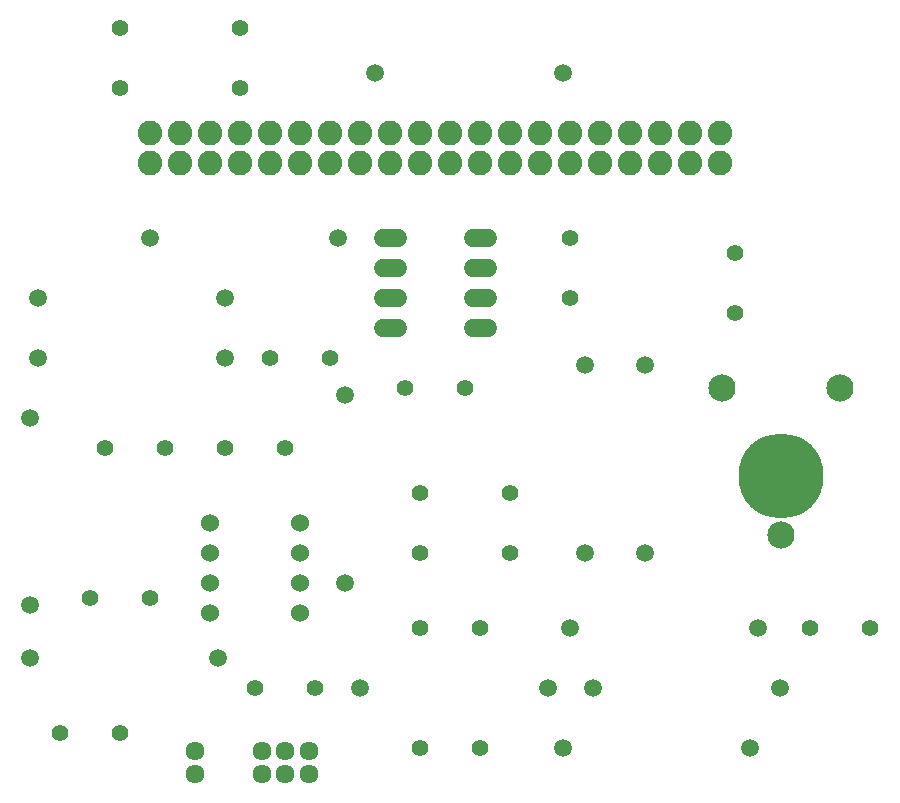
<source format=gbr>
G04 EAGLE Gerber RS-274X export*
G75*
%MOMM*%
%FSLAX34Y34*%
%LPD*%
%INSoldermask Bottom*%
%IPPOS*%
%AMOC8*
5,1,8,0,0,1.08239X$1,22.5*%
G01*
%ADD10C,1.419200*%
%ADD11C,1.611200*%
%ADD12C,1.524000*%
%ADD13C,1.524000*%
%ADD14C,2.082800*%
%ADD15C,1.511200*%
%ADD16C,2.303200*%
%ADD17C,7.203200*%


D10*
X1028700Y558800D03*
X1079500Y558800D03*
X876300Y1117600D03*
X876300Y1168400D03*
X1295400Y977900D03*
X1295400Y927100D03*
X914400Y812800D03*
X863600Y812800D03*
X774700Y1117600D03*
X774700Y1168400D03*
X952500Y889000D03*
X901700Y889000D03*
X1016000Y863600D03*
X1066800Y863600D03*
X1358900Y660400D03*
X1409700Y660400D03*
X1104900Y723900D03*
X1104900Y774700D03*
X1079500Y660400D03*
X1028700Y660400D03*
X1155700Y990600D03*
X1155700Y939800D03*
X1028700Y774700D03*
X1028700Y723900D03*
X774700Y571500D03*
X723900Y571500D03*
X762000Y812800D03*
X812800Y812800D03*
X939800Y609600D03*
X889000Y609600D03*
X749300Y685800D03*
X800100Y685800D03*
D11*
X838200Y556100D03*
X838200Y536100D03*
D12*
X1072896Y914400D02*
X1086104Y914400D01*
X1086104Y939800D02*
X1072896Y939800D01*
X1072896Y965200D02*
X1086104Y965200D01*
X1086104Y990600D02*
X1072896Y990600D01*
X1009904Y990600D02*
X996696Y990600D01*
X996696Y965200D02*
X1009904Y965200D01*
X1009904Y939800D02*
X996696Y939800D01*
X996696Y914400D02*
X1009904Y914400D01*
D13*
X850900Y749300D03*
X850900Y723900D03*
X927100Y723900D03*
X927100Y749300D03*
X850900Y698500D03*
X850900Y673100D03*
X927100Y698500D03*
X927100Y673100D03*
D14*
X800100Y1054100D03*
X825500Y1054100D03*
X850900Y1054100D03*
X876300Y1054100D03*
X901700Y1054100D03*
X927100Y1054100D03*
X952500Y1054100D03*
X977900Y1054100D03*
X1003300Y1054100D03*
X1028700Y1054100D03*
X1054100Y1054100D03*
X1079500Y1054100D03*
X1104900Y1054100D03*
X1104900Y1079500D03*
X1079500Y1079500D03*
X1054100Y1079500D03*
X1028700Y1079500D03*
X1003300Y1079500D03*
X977900Y1079500D03*
X952500Y1079500D03*
X927100Y1079500D03*
X901700Y1079500D03*
X876300Y1079500D03*
X850900Y1079500D03*
X825500Y1079500D03*
X800100Y1079500D03*
X1130300Y1054100D03*
X1130300Y1079500D03*
X1155700Y1054100D03*
X1155700Y1079500D03*
X1181100Y1054100D03*
X1181100Y1079500D03*
X1206500Y1054100D03*
X1206500Y1079500D03*
X1231900Y1054100D03*
X1231900Y1079500D03*
X1257300Y1054100D03*
X1257300Y1079500D03*
X1282700Y1054100D03*
X1282700Y1079500D03*
D15*
X990600Y1130300D03*
X1149600Y1130300D03*
X800100Y990600D03*
X959100Y990600D03*
X1219200Y723900D03*
X1219200Y882900D03*
X1155700Y660400D03*
X1314700Y660400D03*
X1308100Y558800D03*
X1149100Y558800D03*
X1333500Y609600D03*
X1174500Y609600D03*
X977900Y609600D03*
X1136900Y609600D03*
X1168400Y723900D03*
X1168400Y882900D03*
X965200Y698500D03*
X965200Y857500D03*
X698500Y838200D03*
X698500Y679200D03*
X863600Y889000D03*
X704600Y889000D03*
X698500Y635000D03*
X857500Y635000D03*
X863600Y939800D03*
X704600Y939800D03*
D11*
X934400Y556100D03*
X934400Y536100D03*
X914400Y556100D03*
X914400Y536100D03*
X894400Y556100D03*
X894400Y536100D03*
D16*
X1384300Y863600D03*
X1334300Y738600D03*
X1284300Y863600D03*
D17*
X1334300Y788600D03*
M02*

</source>
